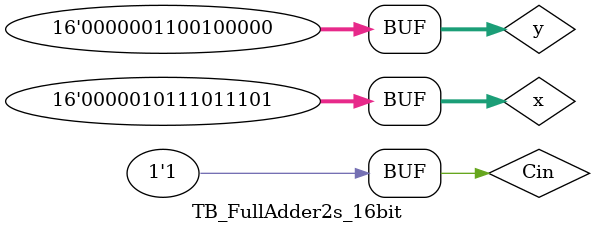
<source format=v>
`timescale 1ns / 1ps


//      Testbench for FullAdder2s_16bit()
//////////////////////////////////////////////////////////////////////////////////


module TB_FullAdder2s_16bit( );
reg [15:0] x,y;
reg Cin;
wire [15:0]Sum;
wire Cout;

//                          input1(16b),input2(16b),CarryIn,CarryOut,Output(16b)
FullAdder2s_16bit       uut(x          ,y          ,Cin    ,Cout    ,Sum);
initial 
    begin
        x=0; y=0; Cin=0;
        #1 x=522; y=244; Cin=0;
        #1 x=1032; y=500; Cin=1;
        #1 x=7; y=7; Cin=1;
        #1 x=1501; y=800; Cin=1;
    end


endmodule

</source>
